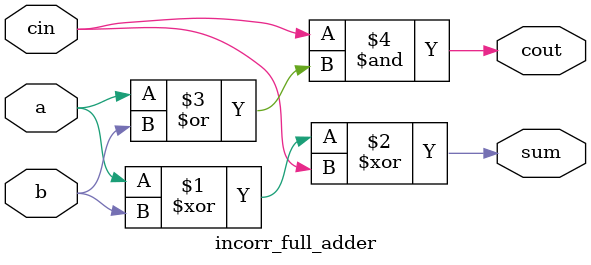
<source format=v>
module incorr_full_adder(a,b,cin,sum,cout);
input a,b,cin;
output sum,cout;
assign sum = a^b^cin;
assign cout = 1'b0|cin&(a|b); 
// initial begin
//     $display("The incorrect adder with and0 and or2 having out/0 and in1/0");
// end   
endmodule
</source>
